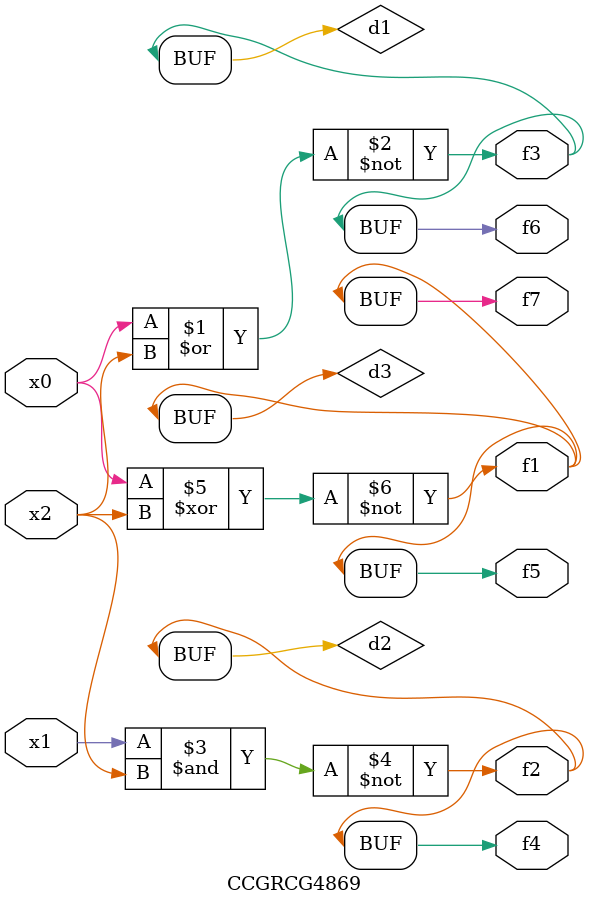
<source format=v>
module CCGRCG4869(
	input x0, x1, x2,
	output f1, f2, f3, f4, f5, f6, f7
);

	wire d1, d2, d3;

	nor (d1, x0, x2);
	nand (d2, x1, x2);
	xnor (d3, x0, x2);
	assign f1 = d3;
	assign f2 = d2;
	assign f3 = d1;
	assign f4 = d2;
	assign f5 = d3;
	assign f6 = d1;
	assign f7 = d3;
endmodule

</source>
